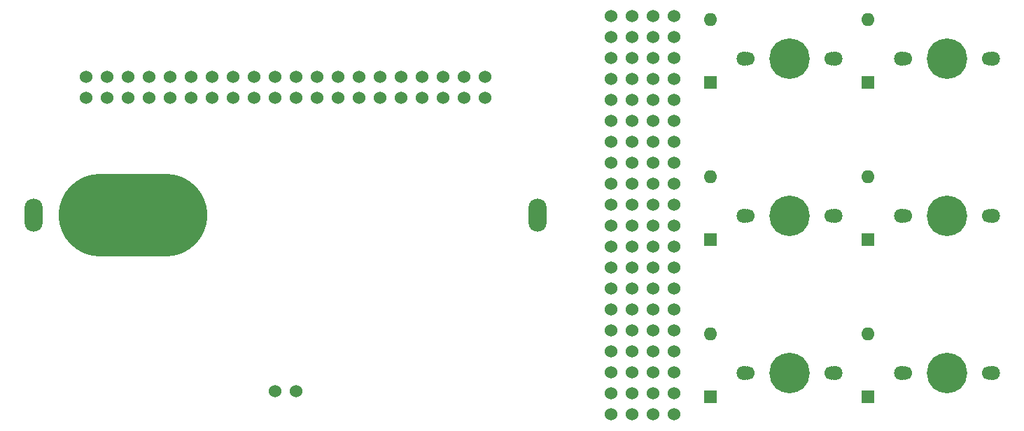
<source format=gbr>
%TF.GenerationSoftware,KiCad,Pcbnew,(7.0.0)*%
%TF.CreationDate,2023-02-28T08:24:30+09:00*%
%TF.ProjectId,wiokey,77696f6b-6579-42e6-9b69-6361645f7063,rev?*%
%TF.SameCoordinates,Original*%
%TF.FileFunction,Soldermask,Top*%
%TF.FilePolarity,Negative*%
%FSLAX46Y46*%
G04 Gerber Fmt 4.6, Leading zero omitted, Abs format (unit mm)*
G04 Created by KiCad (PCBNEW (7.0.0)) date 2023-02-28 08:24:30*
%MOMM*%
%LPD*%
G01*
G04 APERTURE LIST*
%ADD10C,1.524000*%
%ADD11O,2.200000X4.000000*%
%ADD12O,18.000000X10.000000*%
%ADD13C,1.800000*%
%ADD14C,1.700000*%
%ADD15C,4.900000*%
%ADD16R,1.600000X1.600000*%
%ADD17O,1.600000X1.600000*%
G04 APERTURE END LIST*
D10*
%TO.C,U1*%
X170130000Y-70730000D03*
X170130000Y-73270000D03*
X167590000Y-70730000D03*
X167590000Y-73270000D03*
X165050000Y-70730000D03*
X165050000Y-73270000D03*
X162510000Y-70730000D03*
X162510000Y-73270000D03*
X159970000Y-70730000D03*
X159970000Y-73270000D03*
X157430000Y-70730000D03*
X157430000Y-73270000D03*
X154890000Y-70730000D03*
X154890000Y-73270000D03*
X152350000Y-70730000D03*
X152350000Y-73270000D03*
X149810000Y-70730000D03*
X149810000Y-73270000D03*
X147270000Y-70730000D03*
X147270000Y-73270000D03*
X144730000Y-70730000D03*
X144730000Y-73270000D03*
X142190000Y-70730000D03*
X142190000Y-73270000D03*
X139650000Y-70730000D03*
X139650000Y-73270000D03*
X137110000Y-70730000D03*
X137110000Y-73270000D03*
X134570000Y-70730000D03*
X134570000Y-73270000D03*
X132030000Y-70730000D03*
X132030000Y-73270000D03*
X129490000Y-70730000D03*
X129490000Y-73270000D03*
X126950000Y-70730000D03*
X126950000Y-73270000D03*
X124410000Y-70730000D03*
X124410000Y-73270000D03*
X121870000Y-70730000D03*
X121870000Y-73270000D03*
D11*
X176499999Y-87499999D03*
D10*
X147270000Y-108830000D03*
X144730000Y-108830000D03*
D12*
X127499999Y-87499999D03*
D11*
X115499999Y-87499999D03*
%TD*%
D13*
%TO.C,SW2*%
X201450000Y-87550000D03*
D14*
X201870000Y-87550000D03*
D15*
X206950000Y-87550000D03*
D14*
X212030000Y-87550000D03*
D13*
X212450000Y-87550000D03*
%TD*%
D16*
%TO.C,D3*%
X197424999Y-109457499D03*
D17*
X197424999Y-101837499D03*
%TD*%
D16*
%TO.C,D5*%
X216474999Y-90407499D03*
D17*
X216474999Y-82787499D03*
%TD*%
D13*
%TO.C,SW1*%
X201450000Y-68500000D03*
D14*
X201870000Y-68500000D03*
D15*
X206950000Y-68500000D03*
D14*
X212030000Y-68500000D03*
D13*
X212450000Y-68500000D03*
%TD*%
D10*
%TO.C,U2*%
X190450000Y-63370000D03*
X192990000Y-63370000D03*
X185370000Y-63370000D03*
X187910000Y-63370000D03*
X190450000Y-65910000D03*
X192990000Y-65910000D03*
X185370000Y-65910000D03*
X187910000Y-65910000D03*
X190450000Y-68450000D03*
X192990000Y-68450000D03*
X185370000Y-68450000D03*
X187910000Y-68450000D03*
X190450000Y-70990000D03*
X192990000Y-70990000D03*
X185370000Y-70990000D03*
X187910000Y-70990000D03*
X190450000Y-73530000D03*
X192990000Y-73530000D03*
X185370000Y-73530000D03*
X187910000Y-73530000D03*
X190450000Y-76070000D03*
X192990000Y-76070000D03*
X185370000Y-76070000D03*
X187910000Y-76070000D03*
X190450000Y-78610000D03*
X192990000Y-78610000D03*
X185370000Y-78610000D03*
X187910000Y-78610000D03*
X190450000Y-81150000D03*
X192990000Y-81150000D03*
X185370000Y-81150000D03*
X187910000Y-81150000D03*
X190450000Y-83690000D03*
X192990000Y-83690000D03*
X185370000Y-83690000D03*
X187910000Y-83690000D03*
X190450000Y-86230000D03*
X192990000Y-86230000D03*
X185370000Y-86230000D03*
X187910000Y-86230000D03*
X190450000Y-88770000D03*
X192990000Y-88770000D03*
X185370000Y-88770000D03*
X187910000Y-88770000D03*
X190450000Y-91310000D03*
X192990000Y-91310000D03*
X185370000Y-91310000D03*
X187910000Y-91310000D03*
X190450000Y-93850000D03*
X192990000Y-93850000D03*
X185370000Y-93850000D03*
X187910000Y-93850000D03*
X190450000Y-96390000D03*
X192990000Y-96390000D03*
X185370000Y-96390000D03*
X187910000Y-96390000D03*
X190450000Y-98930000D03*
X192990000Y-98930000D03*
X185370000Y-98930000D03*
X187910000Y-98930000D03*
X190450000Y-101470000D03*
X192990000Y-101470000D03*
X185370000Y-101470000D03*
X187910000Y-101470000D03*
X190450000Y-104010000D03*
X192990000Y-104010000D03*
X185370000Y-104010000D03*
X187910000Y-104010000D03*
X190450000Y-106550000D03*
X192990000Y-106550000D03*
X185370000Y-106550000D03*
X187910000Y-106550000D03*
X190450000Y-109090000D03*
X192990000Y-109090000D03*
X185370000Y-109090000D03*
X187910000Y-109090000D03*
X190450000Y-111630000D03*
X192990000Y-111630000D03*
X185370000Y-111630000D03*
X187910000Y-111630000D03*
%TD*%
D16*
%TO.C,D1*%
X197424999Y-71357499D03*
D17*
X197424999Y-63737499D03*
%TD*%
D13*
%TO.C,SW6*%
X220500000Y-106600000D03*
D14*
X220920000Y-106600000D03*
D15*
X226000000Y-106600000D03*
D14*
X231080000Y-106600000D03*
D13*
X231500000Y-106600000D03*
%TD*%
D16*
%TO.C,D4*%
X216474999Y-71357499D03*
D17*
X216474999Y-63737499D03*
%TD*%
D13*
%TO.C,SW5*%
X220500000Y-87550000D03*
D14*
X220920000Y-87550000D03*
D15*
X226000000Y-87550000D03*
D14*
X231080000Y-87550000D03*
D13*
X231500000Y-87550000D03*
%TD*%
D16*
%TO.C,D6*%
X216474999Y-109457499D03*
D17*
X216474999Y-101837499D03*
%TD*%
D16*
%TO.C,D2*%
X197424999Y-90407499D03*
D17*
X197424999Y-82787499D03*
%TD*%
D13*
%TO.C,SW3*%
X201450000Y-106600000D03*
D14*
X201870000Y-106600000D03*
D15*
X206950000Y-106600000D03*
D14*
X212030000Y-106600000D03*
D13*
X212450000Y-106600000D03*
%TD*%
%TO.C,SW4*%
X220500000Y-68500000D03*
D14*
X220920000Y-68500000D03*
D15*
X226000000Y-68500000D03*
D14*
X231080000Y-68500000D03*
D13*
X231500000Y-68500000D03*
%TD*%
M02*

</source>
